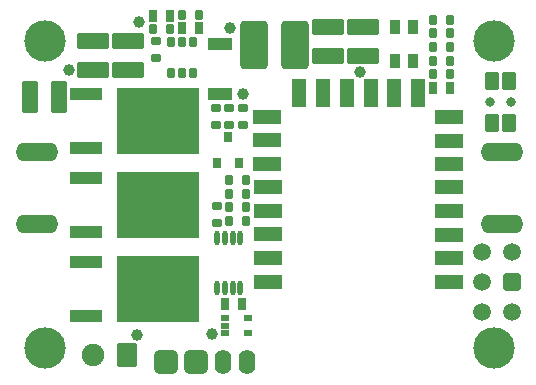
<source format=gts>
G04*
G04 #@! TF.GenerationSoftware,Altium Limited,Altium Designer,20.1.8 (145)*
G04*
G04 Layer_Color=32768*
%FSAX44Y44*%
%MOMM*%
G71*
G04*
G04 #@! TF.SameCoordinates,4BD3250C-79EC-4D4E-AA4E-9321392E63C2*
G04*
G04*
G04 #@! TF.FilePolarity,Negative*
G04*
G01*
G75*
%ADD34R,0.9000X1.3000*%
G04:AMPARAMS|DCode=35|XSize=1.05mm|YSize=2.75mm|CornerRadius=0.0547mm|HoleSize=0mm|Usage=FLASHONLY|Rotation=90.000|XOffset=0mm|YOffset=0mm|HoleType=Round|Shape=RoundedRectangle|*
%AMROUNDEDRECTD35*
21,1,1.0500,2.6405,0,0,90.0*
21,1,0.9405,2.7500,0,0,90.0*
1,1,0.1095,1.3203,0.4703*
1,1,0.1095,1.3203,-0.4703*
1,1,0.1095,-1.3203,-0.4703*
1,1,0.1095,-1.3203,0.4703*
%
%ADD35ROUNDEDRECTD35*%
G04:AMPARAMS|DCode=36|XSize=5.65mm|YSize=6.9mm|CornerRadius=0.0778mm|HoleSize=0mm|Usage=FLASHONLY|Rotation=90.000|XOffset=0mm|YOffset=0mm|HoleType=Round|Shape=RoundedRectangle|*
%AMROUNDEDRECTD36*
21,1,5.6500,6.7445,0,0,90.0*
21,1,5.4945,6.9000,0,0,90.0*
1,1,0.1555,3.3723,2.7473*
1,1,0.1555,3.3723,-2.7473*
1,1,0.1555,-3.3723,-2.7473*
1,1,0.1555,-3.3723,2.7473*
%
%ADD36ROUNDEDRECTD36*%
%ADD37C,1.0000*%
G04:AMPARAMS|DCode=38|XSize=0.85mm|YSize=0.65mm|CornerRadius=0.0527mm|HoleSize=0mm|Usage=FLASHONLY|Rotation=90.000|XOffset=0mm|YOffset=0mm|HoleType=Round|Shape=RoundedRectangle|*
%AMROUNDEDRECTD38*
21,1,0.8500,0.5445,0,0,90.0*
21,1,0.7445,0.6500,0,0,90.0*
1,1,0.1055,0.2723,0.3723*
1,1,0.1055,0.2723,-0.3723*
1,1,0.1055,-0.2723,-0.3723*
1,1,0.1055,-0.2723,0.3723*
%
%ADD38ROUNDEDRECTD38*%
%ADD39O,0.4500X1.2500*%
G04:AMPARAMS|DCode=40|XSize=2.65mm|YSize=1.3mm|CornerRadius=0.056mm|HoleSize=0mm|Usage=FLASHONLY|Rotation=90.000|XOffset=0mm|YOffset=0mm|HoleType=Round|Shape=RoundedRectangle|*
%AMROUNDEDRECTD40*
21,1,2.6500,1.1880,0,0,90.0*
21,1,2.5380,1.3000,0,0,90.0*
1,1,0.1120,0.5940,1.2690*
1,1,0.1120,0.5940,-1.2690*
1,1,0.1120,-0.5940,-1.2690*
1,1,0.1120,-0.5940,1.2690*
%
%ADD40ROUNDEDRECTD40*%
G04:AMPARAMS|DCode=41|XSize=2.65mm|YSize=1.3mm|CornerRadius=0.056mm|HoleSize=0mm|Usage=FLASHONLY|Rotation=0.000|XOffset=0mm|YOffset=0mm|HoleType=Round|Shape=RoundedRectangle|*
%AMROUNDEDRECTD41*
21,1,2.6500,1.1880,0,0,0.0*
21,1,2.5380,1.3000,0,0,0.0*
1,1,0.1120,1.2690,-0.5940*
1,1,0.1120,-1.2690,-0.5940*
1,1,0.1120,-1.2690,0.5940*
1,1,0.1120,1.2690,0.5940*
%
%ADD41ROUNDEDRECTD41*%
G04:AMPARAMS|DCode=42|XSize=0.85mm|YSize=0.65mm|CornerRadius=0.0527mm|HoleSize=0mm|Usage=FLASHONLY|Rotation=0.000|XOffset=0mm|YOffset=0mm|HoleType=Round|Shape=RoundedRectangle|*
%AMROUNDEDRECTD42*
21,1,0.8500,0.5445,0,0,0.0*
21,1,0.7445,0.6500,0,0,0.0*
1,1,0.1055,0.3723,-0.2723*
1,1,0.1055,-0.3723,-0.2723*
1,1,0.1055,-0.3723,0.2723*
1,1,0.1055,0.3723,0.2723*
%
%ADD42ROUNDEDRECTD42*%
G04:AMPARAMS|DCode=43|XSize=0.95mm|YSize=0.7mm|CornerRadius=0.053mm|HoleSize=0mm|Usage=FLASHONLY|Rotation=90.000|XOffset=0mm|YOffset=0mm|HoleType=Round|Shape=RoundedRectangle|*
%AMROUNDEDRECTD43*
21,1,0.9500,0.5940,0,0,90.0*
21,1,0.8440,0.7000,0,0,90.0*
1,1,0.1060,0.2970,0.4220*
1,1,0.1060,0.2970,-0.4220*
1,1,0.1060,-0.2970,-0.4220*
1,1,0.1060,-0.2970,0.4220*
%
%ADD43ROUNDEDRECTD43*%
G04:AMPARAMS|DCode=44|XSize=1.5mm|YSize=1.15mm|CornerRadius=0.0553mm|HoleSize=0mm|Usage=FLASHONLY|Rotation=90.000|XOffset=0mm|YOffset=0mm|HoleType=Round|Shape=RoundedRectangle|*
%AMROUNDEDRECTD44*
21,1,1.5000,1.0395,0,0,90.0*
21,1,1.3895,1.1500,0,0,90.0*
1,1,0.1105,0.5198,0.6948*
1,1,0.1105,0.5198,-0.6948*
1,1,0.1105,-0.5198,-0.6948*
1,1,0.1105,-0.5198,0.6948*
%
%ADD44ROUNDEDRECTD44*%
G04:AMPARAMS|DCode=45|XSize=0.64mm|YSize=0.85mm|CornerRadius=0.0527mm|HoleSize=0mm|Usage=FLASHONLY|Rotation=0.000|XOffset=0mm|YOffset=0mm|HoleType=Round|Shape=RoundedRectangle|*
%AMROUNDEDRECTD45*
21,1,0.6400,0.7446,0,0,0.0*
21,1,0.5346,0.8500,0,0,0.0*
1,1,0.1054,0.2673,-0.3723*
1,1,0.1054,-0.2673,-0.3723*
1,1,0.1054,-0.2673,0.3723*
1,1,0.1054,0.2673,0.3723*
%
%ADD45ROUNDEDRECTD45*%
G04:AMPARAMS|DCode=46|XSize=1.95mm|YSize=1.1mm|CornerRadius=0.055mm|HoleSize=0mm|Usage=FLASHONLY|Rotation=180.000|XOffset=0mm|YOffset=0mm|HoleType=Round|Shape=RoundedRectangle|*
%AMROUNDEDRECTD46*
21,1,1.9500,0.9900,0,0,180.0*
21,1,1.8400,1.1000,0,0,180.0*
1,1,0.1100,-0.9200,0.4950*
1,1,0.1100,0.9200,0.4950*
1,1,0.1100,0.9200,-0.4950*
1,1,0.1100,-0.9200,-0.4950*
%
%ADD46ROUNDEDRECTD46*%
G04:AMPARAMS|DCode=47|XSize=1.2mm|YSize=2.4mm|CornerRadius=0.0555mm|HoleSize=0mm|Usage=FLASHONLY|Rotation=270.000|XOffset=0mm|YOffset=0mm|HoleType=Round|Shape=RoundedRectangle|*
%AMROUNDEDRECTD47*
21,1,1.2000,2.2890,0,0,270.0*
21,1,1.0890,2.4000,0,0,270.0*
1,1,0.1110,-1.1445,-0.5445*
1,1,0.1110,-1.1445,0.5445*
1,1,0.1110,1.1445,0.5445*
1,1,0.1110,1.1445,-0.5445*
%
%ADD47ROUNDEDRECTD47*%
G04:AMPARAMS|DCode=48|XSize=1.2mm|YSize=2.4mm|CornerRadius=0.0555mm|HoleSize=0mm|Usage=FLASHONLY|Rotation=0.000|XOffset=0mm|YOffset=0mm|HoleType=Round|Shape=RoundedRectangle|*
%AMROUNDEDRECTD48*
21,1,1.2000,2.2890,0,0,0.0*
21,1,1.0890,2.4000,0,0,0.0*
1,1,0.1110,0.5445,-1.1445*
1,1,0.1110,-0.5445,-1.1445*
1,1,0.1110,-0.5445,1.1445*
1,1,0.1110,0.5445,1.1445*
%
%ADD48ROUNDEDRECTD48*%
G04:AMPARAMS|DCode=49|XSize=0.65mm|YSize=0.9mm|CornerRadius=0.0527mm|HoleSize=0mm|Usage=FLASHONLY|Rotation=180.000|XOffset=0mm|YOffset=0mm|HoleType=Round|Shape=RoundedRectangle|*
%AMROUNDEDRECTD49*
21,1,0.6500,0.7945,0,0,180.0*
21,1,0.5445,0.9000,0,0,180.0*
1,1,0.1055,-0.2723,0.3973*
1,1,0.1055,0.2723,0.3973*
1,1,0.1055,0.2723,-0.3973*
1,1,0.1055,-0.2723,-0.3973*
%
%ADD49ROUNDEDRECTD49*%
G04:AMPARAMS|DCode=50|XSize=4.1mm|YSize=2.3mm|CornerRadius=0.27mm|HoleSize=0mm|Usage=FLASHONLY|Rotation=90.000|XOffset=0mm|YOffset=0mm|HoleType=Round|Shape=RoundedRectangle|*
%AMROUNDEDRECTD50*
21,1,4.1000,1.7600,0,0,90.0*
21,1,3.5600,2.3000,0,0,90.0*
1,1,0.5400,0.8800,1.7800*
1,1,0.5400,0.8800,-1.7800*
1,1,0.5400,-0.8800,-1.7800*
1,1,0.5400,-0.8800,1.7800*
%
%ADD50ROUNDEDRECTD50*%
G04:AMPARAMS|DCode=51|XSize=0.45mm|YSize=0.7mm|CornerRadius=0.0518mm|HoleSize=0mm|Usage=FLASHONLY|Rotation=90.000|XOffset=0mm|YOffset=0mm|HoleType=Round|Shape=RoundedRectangle|*
%AMROUNDEDRECTD51*
21,1,0.4500,0.5965,0,0,90.0*
21,1,0.3465,0.7000,0,0,90.0*
1,1,0.1035,0.2983,0.1733*
1,1,0.1035,0.2983,-0.1733*
1,1,0.1035,-0.2983,-0.1733*
1,1,0.1035,-0.2983,0.1733*
%
%ADD51ROUNDEDRECTD51*%
%ADD52O,3.6000X1.6000*%
%ADD53C,0.8000*%
%ADD54C,3.5000*%
G04:AMPARAMS|DCode=55|XSize=1.4mm|YSize=2.1mm|CornerRadius=0.7mm|HoleSize=0mm|Usage=FLASHONLY|Rotation=0.000|XOffset=0mm|YOffset=0mm|HoleType=Round|Shape=RoundedRectangle|*
%AMROUNDEDRECTD55*
21,1,1.4000,0.7000,0,0,0.0*
21,1,0.0000,2.1000,0,0,0.0*
1,1,1.4000,0.0000,-0.3500*
1,1,1.4000,0.0000,-0.3500*
1,1,1.4000,0.0000,0.3500*
1,1,1.4000,0.0000,0.3500*
%
%ADD55ROUNDEDRECTD55*%
G04:AMPARAMS|DCode=56|XSize=2.1mm|YSize=2.1mm|CornerRadius=0.55mm|HoleSize=0mm|Usage=FLASHONLY|Rotation=0.000|XOffset=0mm|YOffset=0mm|HoleType=Round|Shape=RoundedRectangle|*
%AMROUNDEDRECTD56*
21,1,2.1000,1.0000,0,0,0.0*
21,1,1.0000,2.1000,0,0,0.0*
1,1,1.1000,0.5000,-0.5000*
1,1,1.1000,-0.5000,-0.5000*
1,1,1.1000,-0.5000,0.5000*
1,1,1.1000,0.5000,0.5000*
%
%ADD56ROUNDEDRECTD56*%
G04:AMPARAMS|DCode=57|XSize=1.7mm|YSize=2.1mm|CornerRadius=0.21mm|HoleSize=0mm|Usage=FLASHONLY|Rotation=0.000|XOffset=0mm|YOffset=0mm|HoleType=Round|Shape=RoundedRectangle|*
%AMROUNDEDRECTD57*
21,1,1.7000,1.6800,0,0,0.0*
21,1,1.2800,2.1000,0,0,0.0*
1,1,0.4200,0.6400,-0.8400*
1,1,0.4200,-0.6400,-0.8400*
1,1,0.4200,-0.6400,0.8400*
1,1,0.4200,0.6400,0.8400*
%
%ADD57ROUNDEDRECTD57*%
%ADD58C,1.9000*%
%ADD59C,1.5000*%
G04:AMPARAMS|DCode=60|XSize=1.5mm|YSize=1.5mm|CornerRadius=0.15mm|HoleSize=0mm|Usage=FLASHONLY|Rotation=180.000|XOffset=0mm|YOffset=0mm|HoleType=Round|Shape=RoundedRectangle|*
%AMROUNDEDRECTD60*
21,1,1.5000,1.2000,0,0,180.0*
21,1,1.2000,1.5000,0,0,180.0*
1,1,0.3000,-0.6000,0.6000*
1,1,0.3000,0.6000,0.6000*
1,1,0.3000,0.6000,-0.6000*
1,1,0.3000,-0.6000,-0.6000*
%
%ADD60ROUNDEDRECTD60*%
D34*
X00325960Y00272286D02*
D03*
X00340960D02*
D03*
Y00301286D02*
D03*
X00325960D02*
D03*
D35*
X00064728Y00244834D02*
D03*
Y00199034D02*
D03*
Y00102289D02*
D03*
Y00056488D02*
D03*
Y00127761D02*
D03*
Y00173561D02*
D03*
D36*
X00125728Y00221933D02*
D03*
Y00079388D02*
D03*
Y00150661D02*
D03*
D37*
X00197435Y00245068D02*
D03*
X00107514Y00040894D02*
D03*
X00171429Y00041128D02*
D03*
X00109558Y00305355D02*
D03*
X00185972Y00300318D02*
D03*
X00296164Y00263144D02*
D03*
X00049691Y00264715D02*
D03*
D38*
X00372964Y00295990D02*
D03*
X00358464D02*
D03*
Y00284407D02*
D03*
X00372964D02*
D03*
X00358464Y00307492D02*
D03*
X00372964D02*
D03*
X00358464Y00272904D02*
D03*
X00372964D02*
D03*
X00135845Y00299730D02*
D03*
X00121345D02*
D03*
X00145630Y00311404D02*
D03*
X00160130D02*
D03*
X00358464Y00261402D02*
D03*
X00372964D02*
D03*
X00185554Y00148737D02*
D03*
X00200054D02*
D03*
X00200036Y00160274D02*
D03*
X00185536D02*
D03*
X00200036Y00171704D02*
D03*
X00185536D02*
D03*
X00185554Y00137174D02*
D03*
X00200054D02*
D03*
D39*
X00175656Y00080664D02*
D03*
X00182156D02*
D03*
X00188656D02*
D03*
X00195156D02*
D03*
X00175656Y00123164D02*
D03*
X00182156D02*
D03*
X00188656D02*
D03*
X00195156D02*
D03*
D40*
X00041944Y00242192D02*
D03*
X00016944D02*
D03*
D41*
X00099984Y00289848D02*
D03*
Y00264848D02*
D03*
X00269271Y00276644D02*
D03*
Y00301644D02*
D03*
X00070521Y00289848D02*
D03*
Y00264848D02*
D03*
X00298773Y00276644D02*
D03*
Y00301644D02*
D03*
D42*
X00123563Y00274868D02*
D03*
Y00289368D02*
D03*
X00175006Y00150007D02*
D03*
Y00135507D02*
D03*
X00185581Y00233138D02*
D03*
Y00218638D02*
D03*
X00174079D02*
D03*
Y00233138D02*
D03*
X00197084Y00218638D02*
D03*
Y00233138D02*
D03*
D43*
X00135845Y00310980D02*
D03*
X00121345D02*
D03*
X00372964Y00249464D02*
D03*
X00358464D02*
D03*
X00160130Y00300257D02*
D03*
X00145630D02*
D03*
X00182156Y00066712D02*
D03*
X00196656D02*
D03*
D44*
X00408134Y00256000D02*
D03*
X00422634D02*
D03*
Y00220000D02*
D03*
X00408134D02*
D03*
D45*
X00136260Y00262852D02*
D03*
X00145760D02*
D03*
X00155260D02*
D03*
X00136260Y00288352D02*
D03*
X00145760D02*
D03*
X00155260D02*
D03*
D46*
X00178250Y00244840D02*
D03*
Y00286840D02*
D03*
D47*
X00372152Y00085666D02*
D03*
Y00205300D02*
D03*
X00217942Y00225620D02*
D03*
X00372152Y00105478D02*
D03*
Y00125544D02*
D03*
Y00145356D02*
D03*
Y00165676D02*
D03*
Y00185488D02*
D03*
Y00225366D02*
D03*
X00217942Y00205554D02*
D03*
Y00185742D02*
D03*
X00218196Y00165676D02*
D03*
Y00145610D02*
D03*
Y00125798D02*
D03*
Y00105478D02*
D03*
Y00085666D02*
D03*
D48*
X00345212Y00245194D02*
D03*
X00325400D02*
D03*
X00305588D02*
D03*
X00285268D02*
D03*
X00265456D02*
D03*
X00245136D02*
D03*
D49*
X00175006Y00186055D02*
D03*
X00194006D02*
D03*
X00184506Y00208055D02*
D03*
D50*
X00241527Y00286128D02*
D03*
X00206527D02*
D03*
D51*
X00182156Y00054994D02*
D03*
Y00048494D02*
D03*
Y00041994D02*
D03*
X00201656D02*
D03*
Y00054994D02*
D03*
D52*
X00023250Y00195502D02*
D03*
Y00134504D02*
D03*
X00416750Y00195502D02*
D03*
Y00134504D02*
D03*
D53*
X00424384Y00238000D02*
D03*
X00406384D02*
D03*
D54*
X00410000Y00290000D02*
D03*
Y00030000D02*
D03*
X00030000D02*
D03*
Y00290000D02*
D03*
D55*
X00200640Y00017750D02*
D03*
X00180524D02*
D03*
D56*
X00157968D02*
D03*
X00132060Y00018004D02*
D03*
D57*
X00099092Y00023592D02*
D03*
D58*
X00070592D02*
D03*
D59*
X00425066Y00111232D02*
D03*
Y00060432D02*
D03*
X00399666D02*
D03*
Y00085832D02*
D03*
Y00111232D02*
D03*
D60*
X00425066Y00085832D02*
D03*
M02*

</source>
